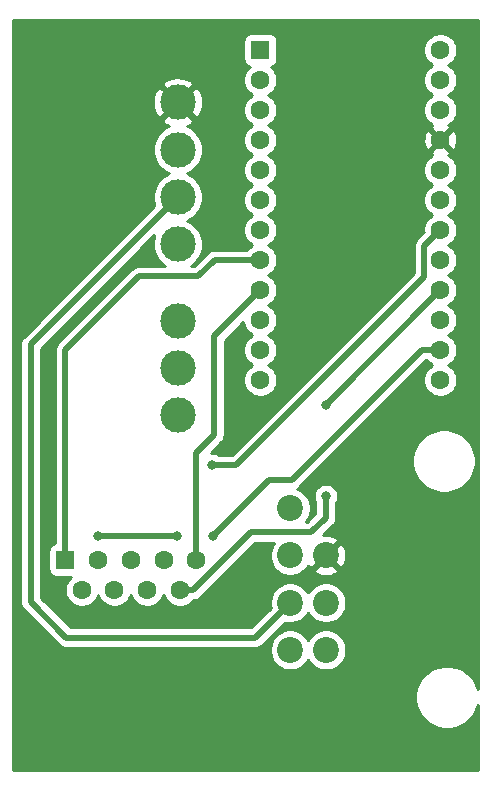
<source format=gbr>
%TF.GenerationSoftware,KiCad,Pcbnew,(5.1.10-1-10_14)*%
%TF.CreationDate,2021-12-03T14:09:27-05:00*%
%TF.ProjectId,Triple Controller V2,54726970-6c65-4204-936f-6e74726f6c6c,rev?*%
%TF.SameCoordinates,Original*%
%TF.FileFunction,Copper,L1,Top*%
%TF.FilePolarity,Positive*%
%FSLAX46Y46*%
G04 Gerber Fmt 4.6, Leading zero omitted, Abs format (unit mm)*
G04 Created by KiCad (PCBNEW (5.1.10-1-10_14)) date 2021-12-03 14:09:27*
%MOMM*%
%LPD*%
G01*
G04 APERTURE LIST*
%TA.AperFunction,ComponentPad*%
%ADD10C,3.000000*%
%TD*%
%TA.AperFunction,ComponentPad*%
%ADD11C,1.600000*%
%TD*%
%TA.AperFunction,ComponentPad*%
%ADD12R,1.600000X1.600000*%
%TD*%
%TA.AperFunction,ComponentPad*%
%ADD13C,2.200000*%
%TD*%
%TA.AperFunction,ViaPad*%
%ADD14C,0.800000*%
%TD*%
%TA.AperFunction,Conductor*%
%ADD15C,0.500000*%
%TD*%
%TA.AperFunction,Conductor*%
%ADD16C,0.254000*%
%TD*%
%TA.AperFunction,Conductor*%
%ADD17C,0.100000*%
%TD*%
G04 APERTURE END LIST*
D10*
%TO.P,J2,7*%
%TO.N,Net-(J1-Pad1)*%
X142875000Y-60790000D03*
%TO.P,J2,6*%
%TO.N,Net-(J2-Pad6)*%
X142875000Y-56790000D03*
%TO.P,J2,5*%
%TO.N,Net-(J2-Pad5)*%
X142875000Y-52790000D03*
%TO.P,J2,4*%
%TO.N,Net-(J2-Pad4)*%
X142875000Y-46290000D03*
%TO.P,J2,3*%
%TO.N,Net-(J1-Pad3)*%
X142875000Y-42290000D03*
%TO.P,J2,2*%
%TO.N,Net-(J1-Pad2)*%
X142875000Y-38290000D03*
%TO.P,J2,1*%
%TO.N,Net-(J1-Pad7)*%
X142875000Y-34290000D03*
%TD*%
D11*
%TO.P,U1,24*%
%TO.N,Net-(U1-Pad24)*%
X165100000Y-29845000D03*
%TO.P,U1,23*%
%TO.N,Net-(U1-Pad23)*%
X165100000Y-32385000D03*
%TO.P,U1,22*%
%TO.N,Net-(U1-Pad22)*%
X165100000Y-34925000D03*
%TO.P,U1,21*%
%TO.N,Net-(J1-Pad7)*%
X165100000Y-37465000D03*
%TO.P,U1,20*%
%TO.N,Net-(J3-Pad4)*%
X165100000Y-40005000D03*
%TO.P,U1,19*%
%TO.N,Net-(J3-Pad3)*%
X165100000Y-42545000D03*
%TO.P,U1,18*%
%TO.N,Net-(J2-Pad4)*%
X165100000Y-45085000D03*
%TO.P,U1,17*%
%TO.N,Net-(J1-Pad4)*%
X165100000Y-47625000D03*
%TO.P,U1,16*%
%TO.N,Net-(J3-Pad9)*%
X165100000Y-50165000D03*
%TO.P,U1,15*%
%TO.N,Net-(J3-Pad6)*%
X165100000Y-52705000D03*
%TO.P,U1,14*%
%TO.N,Net-(J3-Pad2)*%
X165100000Y-55245000D03*
%TO.P,U1,13*%
%TO.N,Net-(U1-Pad13)*%
X165100000Y-57785000D03*
%TO.P,U1,12*%
%TO.N,Net-(J1-Pad5)*%
X149860000Y-57785000D03*
%TO.P,U1,11*%
%TO.N,Net-(J1-Pad6)*%
X149860000Y-55245000D03*
%TO.P,U1,10*%
%TO.N,Net-(J3-Pad7)*%
X149860000Y-52705000D03*
%TO.P,U1,9*%
%TO.N,Net-(J3-Pad5)*%
X149860000Y-50165000D03*
%TO.P,U1,8*%
%TO.N,Net-(J3-Pad1)*%
X149860000Y-47625000D03*
%TO.P,U1,7*%
%TO.N,Net-(U1-Pad7)*%
X149860000Y-45085000D03*
%TO.P,U1,6*%
%TO.N,Net-(J1-Pad2)*%
X149860000Y-42545000D03*
%TO.P,U1,5*%
%TO.N,Net-(J1-Pad3)*%
X149860000Y-40005000D03*
%TO.P,U1,4*%
%TO.N,Net-(J1-Pad1)*%
X149860000Y-37465000D03*
%TO.P,U1,3*%
X149860000Y-34925000D03*
%TO.P,U1,2*%
%TO.N,Net-(J2-Pad5)*%
X149860000Y-32385000D03*
D12*
%TO.P,U1,1*%
%TO.N,Net-(J2-Pad6)*%
X149860000Y-29845000D03*
%TD*%
D13*
%TO.P,J1,7*%
%TO.N,Net-(J1-Pad7)*%
X155400000Y-72645000D03*
%TO.P,J1,6*%
%TO.N,Net-(J1-Pad6)*%
X155400000Y-76645000D03*
%TO.P,J1,5*%
%TO.N,Net-(J1-Pad5)*%
X155400000Y-80645000D03*
%TO.P,J1,1*%
%TO.N,Net-(J1-Pad1)*%
X152400000Y-68645000D03*
%TO.P,J1,2*%
%TO.N,Net-(J1-Pad2)*%
X152400000Y-72645000D03*
%TO.P,J1,3*%
%TO.N,Net-(J1-Pad3)*%
X152400000Y-76645000D03*
%TO.P,J1,4*%
%TO.N,Net-(J1-Pad4)*%
X152400000Y-80645000D03*
%TD*%
D11*
%TO.P,J3,9*%
%TO.N,Net-(J3-Pad9)*%
X143045000Y-75565000D03*
%TO.P,J3,8*%
%TO.N,Net-(J1-Pad1)*%
X140275000Y-75565000D03*
%TO.P,J3,7*%
%TO.N,Net-(J3-Pad7)*%
X137505000Y-75565000D03*
%TO.P,J3,6*%
%TO.N,Net-(J3-Pad6)*%
X134735000Y-75565000D03*
%TO.P,J3,5*%
%TO.N,Net-(J3-Pad5)*%
X144430000Y-73025000D03*
%TO.P,J3,4*%
%TO.N,Net-(J3-Pad4)*%
X141660000Y-73025000D03*
%TO.P,J3,3*%
%TO.N,Net-(J3-Pad3)*%
X138890000Y-73025000D03*
%TO.P,J3,2*%
%TO.N,Net-(J3-Pad2)*%
X136120000Y-73025000D03*
D12*
%TO.P,J3,1*%
%TO.N,Net-(J3-Pad1)*%
X133350000Y-73025000D03*
%TD*%
D14*
%TO.N,Net-(J2-Pad4)*%
X145745200Y-64998600D03*
%TO.N,Net-(J3-Pad9)*%
X155397200Y-59867800D03*
X155397200Y-67614800D03*
%TO.N,Net-(J3-Pad2)*%
X136120000Y-71019800D03*
X142797400Y-71019800D03*
X145820000Y-71019800D03*
%TD*%
D15*
%TO.N,Net-(J2-Pad4)*%
X146888200Y-64998600D02*
X145745200Y-64998600D01*
X147828000Y-64998600D02*
X146888200Y-64998600D01*
X163753800Y-49072800D02*
X147828000Y-64998600D01*
X163753800Y-46431200D02*
X163753800Y-49072800D01*
X165100000Y-45085000D02*
X163753800Y-46431200D01*
%TO.N,Net-(J1-Pad3)*%
X133426200Y-79603600D02*
X149441400Y-79603600D01*
X149441400Y-79603600D02*
X152400000Y-76645000D01*
X130403600Y-54761400D02*
X130403600Y-76581000D01*
X130403600Y-76581000D02*
X133426200Y-79603600D01*
X142875000Y-42290000D02*
X130403600Y-54761400D01*
%TO.N,Net-(J3-Pad9)*%
X165100000Y-50165000D02*
X155397200Y-59867800D01*
X155397200Y-59867800D02*
X155397200Y-59867800D01*
X155397200Y-67614800D02*
X155397200Y-69443600D01*
X155397200Y-69443600D02*
X154178000Y-70662800D01*
X149078570Y-70662800D02*
X144176370Y-75565000D01*
X144176370Y-75565000D02*
X143045000Y-75565000D01*
X154178000Y-70662800D02*
X149078570Y-70662800D01*
%TO.N,Net-(J3-Pad2)*%
X136120000Y-71019800D02*
X142797400Y-71019800D01*
X142797400Y-71019800D02*
X142797400Y-71019800D01*
X152507798Y-66243200D02*
X150596600Y-66243200D01*
X165100000Y-55245000D02*
X163505998Y-55245000D01*
X163505998Y-55245000D02*
X152507798Y-66243200D01*
X150596600Y-66243200D02*
X145820000Y-71019800D01*
%TO.N,Net-(J3-Pad1)*%
X149860000Y-47625000D02*
X146329400Y-47625000D01*
X139560300Y-49009300D02*
X133350000Y-55219600D01*
X144614900Y-49009300D02*
X139560300Y-49009300D01*
X145999200Y-47625000D02*
X144614900Y-49009300D01*
X133350000Y-55219600D02*
X133350000Y-73025000D01*
X149860000Y-47625000D02*
X145999200Y-47625000D01*
%TO.N,Net-(J3-Pad5)*%
X149860000Y-50165000D02*
X145948400Y-54076600D01*
X145948400Y-54076600D02*
X145948400Y-62407800D01*
X144430000Y-63926200D02*
X144430000Y-73025000D01*
X145948400Y-62407800D02*
X144430000Y-63926200D01*
%TD*%
D16*
%TO.N,Net-(J1-Pad7)*%
X168250001Y-83953231D02*
X168231817Y-83861814D01*
X168029417Y-83373175D01*
X167735576Y-82933412D01*
X167361588Y-82559424D01*
X166921825Y-82265583D01*
X166433186Y-82063183D01*
X165914449Y-81960000D01*
X165385551Y-81960000D01*
X164866814Y-82063183D01*
X164378175Y-82265583D01*
X163938412Y-82559424D01*
X163564424Y-82933412D01*
X163270583Y-83373175D01*
X163068183Y-83861814D01*
X162965000Y-84380551D01*
X162965000Y-84909449D01*
X163068183Y-85428186D01*
X163270583Y-85916825D01*
X163564424Y-86356588D01*
X163938412Y-86730576D01*
X164378175Y-87024417D01*
X164866814Y-87226817D01*
X165385551Y-87330000D01*
X165914449Y-87330000D01*
X166433186Y-87226817D01*
X166921825Y-87024417D01*
X167361588Y-86730576D01*
X167735576Y-86356588D01*
X168029417Y-85916825D01*
X168231817Y-85428186D01*
X168250001Y-85336769D01*
X168250001Y-90780000D01*
X128930000Y-90780000D01*
X128930000Y-54761400D01*
X129514319Y-54761400D01*
X129518600Y-54804869D01*
X129518601Y-76537521D01*
X129514319Y-76581000D01*
X129531405Y-76754490D01*
X129582012Y-76921313D01*
X129664190Y-77075059D01*
X129747068Y-77176046D01*
X129747071Y-77176049D01*
X129774784Y-77209817D01*
X129808551Y-77237529D01*
X132769670Y-80198649D01*
X132797383Y-80232417D01*
X132831151Y-80260130D01*
X132831153Y-80260132D01*
X132932140Y-80343010D01*
X132932141Y-80343011D01*
X133085887Y-80425189D01*
X133202103Y-80460443D01*
X133252709Y-80475795D01*
X133267506Y-80477252D01*
X133382723Y-80488600D01*
X133382731Y-80488600D01*
X133426200Y-80492881D01*
X133469669Y-80488600D01*
X149397931Y-80488600D01*
X149441400Y-80492881D01*
X149484869Y-80488600D01*
X149484877Y-80488600D01*
X149614890Y-80475795D01*
X149620421Y-80474117D01*
X150665000Y-80474117D01*
X150665000Y-80815883D01*
X150731675Y-81151081D01*
X150862463Y-81466831D01*
X151052337Y-81750998D01*
X151294002Y-81992663D01*
X151578169Y-82182537D01*
X151893919Y-82313325D01*
X152229117Y-82380000D01*
X152570883Y-82380000D01*
X152906081Y-82313325D01*
X153221831Y-82182537D01*
X153505998Y-81992663D01*
X153747663Y-81750998D01*
X153900000Y-81523009D01*
X154052337Y-81750998D01*
X154294002Y-81992663D01*
X154578169Y-82182537D01*
X154893919Y-82313325D01*
X155229117Y-82380000D01*
X155570883Y-82380000D01*
X155906081Y-82313325D01*
X156221831Y-82182537D01*
X156505998Y-81992663D01*
X156747663Y-81750998D01*
X156937537Y-81466831D01*
X157068325Y-81151081D01*
X157135000Y-80815883D01*
X157135000Y-80474117D01*
X157068325Y-80138919D01*
X156937537Y-79823169D01*
X156747663Y-79539002D01*
X156505998Y-79297337D01*
X156221831Y-79107463D01*
X155906081Y-78976675D01*
X155570883Y-78910000D01*
X155229117Y-78910000D01*
X154893919Y-78976675D01*
X154578169Y-79107463D01*
X154294002Y-79297337D01*
X154052337Y-79539002D01*
X153900000Y-79766991D01*
X153747663Y-79539002D01*
X153505998Y-79297337D01*
X153221831Y-79107463D01*
X152906081Y-78976675D01*
X152570883Y-78910000D01*
X152229117Y-78910000D01*
X151893919Y-78976675D01*
X151578169Y-79107463D01*
X151294002Y-79297337D01*
X151052337Y-79539002D01*
X150862463Y-79823169D01*
X150731675Y-80138919D01*
X150665000Y-80474117D01*
X149620421Y-80474117D01*
X149781713Y-80425189D01*
X149935459Y-80343011D01*
X150070217Y-80232417D01*
X150097934Y-80198644D01*
X151968432Y-78328147D01*
X152229117Y-78380000D01*
X152570883Y-78380000D01*
X152906081Y-78313325D01*
X153221831Y-78182537D01*
X153505998Y-77992663D01*
X153747663Y-77750998D01*
X153900000Y-77523009D01*
X154052337Y-77750998D01*
X154294002Y-77992663D01*
X154578169Y-78182537D01*
X154893919Y-78313325D01*
X155229117Y-78380000D01*
X155570883Y-78380000D01*
X155906081Y-78313325D01*
X156221831Y-78182537D01*
X156505998Y-77992663D01*
X156747663Y-77750998D01*
X156937537Y-77466831D01*
X157068325Y-77151081D01*
X157135000Y-76815883D01*
X157135000Y-76474117D01*
X157068325Y-76138919D01*
X156937537Y-75823169D01*
X156747663Y-75539002D01*
X156505998Y-75297337D01*
X156221831Y-75107463D01*
X155906081Y-74976675D01*
X155570883Y-74910000D01*
X155229117Y-74910000D01*
X154893919Y-74976675D01*
X154578169Y-75107463D01*
X154294002Y-75297337D01*
X154052337Y-75539002D01*
X153900000Y-75766991D01*
X153747663Y-75539002D01*
X153505998Y-75297337D01*
X153221831Y-75107463D01*
X152906081Y-74976675D01*
X152570883Y-74910000D01*
X152229117Y-74910000D01*
X151893919Y-74976675D01*
X151578169Y-75107463D01*
X151294002Y-75297337D01*
X151052337Y-75539002D01*
X150862463Y-75823169D01*
X150731675Y-76138919D01*
X150665000Y-76474117D01*
X150665000Y-76815883D01*
X150716853Y-77076568D01*
X149074822Y-78718600D01*
X133792779Y-78718600D01*
X131288600Y-76214422D01*
X131288600Y-55127978D01*
X140873462Y-45543117D01*
X140822047Y-45667244D01*
X140740000Y-46079721D01*
X140740000Y-46500279D01*
X140822047Y-46912756D01*
X140982988Y-47301302D01*
X141216637Y-47650983D01*
X141514017Y-47948363D01*
X141777326Y-48124300D01*
X139603765Y-48124300D01*
X139560299Y-48120019D01*
X139516833Y-48124300D01*
X139516823Y-48124300D01*
X139386810Y-48137105D01*
X139219987Y-48187711D01*
X139066241Y-48269889D01*
X139066239Y-48269890D01*
X139066240Y-48269890D01*
X138965253Y-48352768D01*
X138965251Y-48352770D01*
X138931483Y-48380483D01*
X138903770Y-48414251D01*
X132754956Y-54563066D01*
X132721183Y-54590783D01*
X132610589Y-54725542D01*
X132528411Y-54879288D01*
X132477805Y-55046111D01*
X132465000Y-55176124D01*
X132465000Y-55176131D01*
X132460719Y-55219600D01*
X132465000Y-55263069D01*
X132465001Y-71595299D01*
X132425518Y-71599188D01*
X132305820Y-71635498D01*
X132195506Y-71694463D01*
X132098815Y-71773815D01*
X132019463Y-71870506D01*
X131960498Y-71980820D01*
X131924188Y-72100518D01*
X131911928Y-72225000D01*
X131911928Y-73825000D01*
X131924188Y-73949482D01*
X131960498Y-74069180D01*
X132019463Y-74179494D01*
X132098815Y-74276185D01*
X132195506Y-74355537D01*
X132305820Y-74414502D01*
X132425518Y-74450812D01*
X132550000Y-74463072D01*
X133807532Y-74463072D01*
X133620363Y-74650241D01*
X133463320Y-74885273D01*
X133355147Y-75146426D01*
X133300000Y-75423665D01*
X133300000Y-75706335D01*
X133355147Y-75983574D01*
X133463320Y-76244727D01*
X133620363Y-76479759D01*
X133820241Y-76679637D01*
X134055273Y-76836680D01*
X134316426Y-76944853D01*
X134593665Y-77000000D01*
X134876335Y-77000000D01*
X135153574Y-76944853D01*
X135414727Y-76836680D01*
X135649759Y-76679637D01*
X135849637Y-76479759D01*
X136006680Y-76244727D01*
X136114853Y-75983574D01*
X136120000Y-75957699D01*
X136125147Y-75983574D01*
X136233320Y-76244727D01*
X136390363Y-76479759D01*
X136590241Y-76679637D01*
X136825273Y-76836680D01*
X137086426Y-76944853D01*
X137363665Y-77000000D01*
X137646335Y-77000000D01*
X137923574Y-76944853D01*
X138184727Y-76836680D01*
X138419759Y-76679637D01*
X138619637Y-76479759D01*
X138776680Y-76244727D01*
X138884853Y-75983574D01*
X138890000Y-75957699D01*
X138895147Y-75983574D01*
X139003320Y-76244727D01*
X139160363Y-76479759D01*
X139360241Y-76679637D01*
X139595273Y-76836680D01*
X139856426Y-76944853D01*
X140133665Y-77000000D01*
X140416335Y-77000000D01*
X140693574Y-76944853D01*
X140954727Y-76836680D01*
X141189759Y-76679637D01*
X141389637Y-76479759D01*
X141546680Y-76244727D01*
X141654853Y-75983574D01*
X141660000Y-75957699D01*
X141665147Y-75983574D01*
X141773320Y-76244727D01*
X141930363Y-76479759D01*
X142130241Y-76679637D01*
X142365273Y-76836680D01*
X142626426Y-76944853D01*
X142903665Y-77000000D01*
X143186335Y-77000000D01*
X143463574Y-76944853D01*
X143724727Y-76836680D01*
X143959759Y-76679637D01*
X144159637Y-76479759D01*
X144176681Y-76454250D01*
X144219839Y-76450000D01*
X144219847Y-76450000D01*
X144349860Y-76437195D01*
X144516683Y-76386589D01*
X144670429Y-76304411D01*
X144805187Y-76193817D01*
X144832904Y-76160044D01*
X149445149Y-71547800D01*
X151046458Y-71547800D01*
X150862463Y-71823169D01*
X150731675Y-72138919D01*
X150665000Y-72474117D01*
X150665000Y-72815883D01*
X150731675Y-73151081D01*
X150862463Y-73466831D01*
X151052337Y-73750998D01*
X151294002Y-73992663D01*
X151578169Y-74182537D01*
X151893919Y-74313325D01*
X152229117Y-74380000D01*
X152570883Y-74380000D01*
X152906081Y-74313325D01*
X153221831Y-74182537D01*
X153505998Y-73992663D01*
X153646949Y-73851712D01*
X154372893Y-73851712D01*
X154480726Y-74126338D01*
X154787384Y-74277216D01*
X155117585Y-74365369D01*
X155458639Y-74387409D01*
X155797439Y-74342489D01*
X156120966Y-74232336D01*
X156319274Y-74126338D01*
X156427107Y-73851712D01*
X155400000Y-72824605D01*
X154372893Y-73851712D01*
X153646949Y-73851712D01*
X153747663Y-73750998D01*
X153898114Y-73525832D01*
X153918662Y-73564274D01*
X154193288Y-73672107D01*
X155220395Y-72645000D01*
X155579605Y-72645000D01*
X156606712Y-73672107D01*
X156881338Y-73564274D01*
X157032216Y-73257616D01*
X157120369Y-72927415D01*
X157142409Y-72586361D01*
X157097489Y-72247561D01*
X156987336Y-71924034D01*
X156881338Y-71725726D01*
X156606712Y-71617893D01*
X155579605Y-72645000D01*
X155220395Y-72645000D01*
X155206253Y-72630858D01*
X155385858Y-72451253D01*
X155400000Y-72465395D01*
X156427107Y-71438288D01*
X156319274Y-71163662D01*
X156012616Y-71012784D01*
X155682415Y-70924631D01*
X155341361Y-70902591D01*
X155166619Y-70925759D01*
X155992249Y-70100130D01*
X156026017Y-70072417D01*
X156057560Y-70033983D01*
X156136610Y-69937660D01*
X156188162Y-69841212D01*
X156218789Y-69783913D01*
X156269395Y-69617090D01*
X156282200Y-69487077D01*
X156282200Y-69487067D01*
X156286481Y-69443601D01*
X156282200Y-69400135D01*
X156282200Y-68153254D01*
X156314405Y-68105056D01*
X156392426Y-67916698D01*
X156432200Y-67716739D01*
X156432200Y-67512861D01*
X156392426Y-67312902D01*
X156314405Y-67124544D01*
X156201137Y-66955026D01*
X156056974Y-66810863D01*
X155887456Y-66697595D01*
X155699098Y-66619574D01*
X155499139Y-66579800D01*
X155295261Y-66579800D01*
X155095302Y-66619574D01*
X154906944Y-66697595D01*
X154737426Y-66810863D01*
X154593263Y-66955026D01*
X154479995Y-67124544D01*
X154401974Y-67312902D01*
X154362200Y-67512861D01*
X154362200Y-67716739D01*
X154401974Y-67916698D01*
X154479995Y-68105056D01*
X154512200Y-68153255D01*
X154512201Y-69077020D01*
X153811422Y-69777800D01*
X153720861Y-69777800D01*
X153747663Y-69750998D01*
X153937537Y-69466831D01*
X154068325Y-69151081D01*
X154135000Y-68815883D01*
X154135000Y-68474117D01*
X154068325Y-68138919D01*
X153937537Y-67823169D01*
X153747663Y-67539002D01*
X153505998Y-67297337D01*
X153221831Y-67107463D01*
X152966298Y-67001618D01*
X153001857Y-66982611D01*
X153136615Y-66872017D01*
X153164332Y-66838244D01*
X155622025Y-64380551D01*
X162715000Y-64380551D01*
X162715000Y-64909449D01*
X162818183Y-65428186D01*
X163020583Y-65916825D01*
X163314424Y-66356588D01*
X163688412Y-66730576D01*
X164128175Y-67024417D01*
X164616814Y-67226817D01*
X165135551Y-67330000D01*
X165664449Y-67330000D01*
X166183186Y-67226817D01*
X166671825Y-67024417D01*
X167111588Y-66730576D01*
X167485576Y-66356588D01*
X167779417Y-65916825D01*
X167981817Y-65428186D01*
X168085000Y-64909449D01*
X168085000Y-64380551D01*
X167981817Y-63861814D01*
X167779417Y-63373175D01*
X167485576Y-62933412D01*
X167111588Y-62559424D01*
X166671825Y-62265583D01*
X166183186Y-62063183D01*
X165664449Y-61960000D01*
X165135551Y-61960000D01*
X164616814Y-62063183D01*
X164128175Y-62265583D01*
X163688412Y-62559424D01*
X163314424Y-62933412D01*
X163020583Y-63373175D01*
X162818183Y-63861814D01*
X162715000Y-64380551D01*
X155622025Y-64380551D01*
X163872577Y-56130000D01*
X163965479Y-56130000D01*
X163985363Y-56159759D01*
X164185241Y-56359637D01*
X164417759Y-56515000D01*
X164185241Y-56670363D01*
X163985363Y-56870241D01*
X163828320Y-57105273D01*
X163720147Y-57366426D01*
X163665000Y-57643665D01*
X163665000Y-57926335D01*
X163720147Y-58203574D01*
X163828320Y-58464727D01*
X163985363Y-58699759D01*
X164185241Y-58899637D01*
X164420273Y-59056680D01*
X164681426Y-59164853D01*
X164958665Y-59220000D01*
X165241335Y-59220000D01*
X165518574Y-59164853D01*
X165779727Y-59056680D01*
X166014759Y-58899637D01*
X166214637Y-58699759D01*
X166371680Y-58464727D01*
X166479853Y-58203574D01*
X166535000Y-57926335D01*
X166535000Y-57643665D01*
X166479853Y-57366426D01*
X166371680Y-57105273D01*
X166214637Y-56870241D01*
X166014759Y-56670363D01*
X165782241Y-56515000D01*
X166014759Y-56359637D01*
X166214637Y-56159759D01*
X166371680Y-55924727D01*
X166479853Y-55663574D01*
X166535000Y-55386335D01*
X166535000Y-55103665D01*
X166479853Y-54826426D01*
X166371680Y-54565273D01*
X166214637Y-54330241D01*
X166014759Y-54130363D01*
X165782241Y-53975000D01*
X166014759Y-53819637D01*
X166214637Y-53619759D01*
X166371680Y-53384727D01*
X166479853Y-53123574D01*
X166535000Y-52846335D01*
X166535000Y-52563665D01*
X166479853Y-52286426D01*
X166371680Y-52025273D01*
X166214637Y-51790241D01*
X166014759Y-51590363D01*
X165782241Y-51435000D01*
X166014759Y-51279637D01*
X166214637Y-51079759D01*
X166371680Y-50844727D01*
X166479853Y-50583574D01*
X166535000Y-50306335D01*
X166535000Y-50023665D01*
X166479853Y-49746426D01*
X166371680Y-49485273D01*
X166214637Y-49250241D01*
X166014759Y-49050363D01*
X165782241Y-48895000D01*
X166014759Y-48739637D01*
X166214637Y-48539759D01*
X166371680Y-48304727D01*
X166479853Y-48043574D01*
X166535000Y-47766335D01*
X166535000Y-47483665D01*
X166479853Y-47206426D01*
X166371680Y-46945273D01*
X166214637Y-46710241D01*
X166014759Y-46510363D01*
X165782241Y-46355000D01*
X166014759Y-46199637D01*
X166214637Y-45999759D01*
X166371680Y-45764727D01*
X166479853Y-45503574D01*
X166535000Y-45226335D01*
X166535000Y-44943665D01*
X166479853Y-44666426D01*
X166371680Y-44405273D01*
X166214637Y-44170241D01*
X166014759Y-43970363D01*
X165782241Y-43815000D01*
X166014759Y-43659637D01*
X166214637Y-43459759D01*
X166371680Y-43224727D01*
X166479853Y-42963574D01*
X166535000Y-42686335D01*
X166535000Y-42403665D01*
X166479853Y-42126426D01*
X166371680Y-41865273D01*
X166214637Y-41630241D01*
X166014759Y-41430363D01*
X165782241Y-41275000D01*
X166014759Y-41119637D01*
X166214637Y-40919759D01*
X166371680Y-40684727D01*
X166479853Y-40423574D01*
X166535000Y-40146335D01*
X166535000Y-39863665D01*
X166479853Y-39586426D01*
X166371680Y-39325273D01*
X166214637Y-39090241D01*
X166014759Y-38890363D01*
X165780872Y-38734085D01*
X165841514Y-38701671D01*
X165913097Y-38457702D01*
X165100000Y-37644605D01*
X164286903Y-38457702D01*
X164358486Y-38701671D01*
X164422992Y-38732194D01*
X164420273Y-38733320D01*
X164185241Y-38890363D01*
X163985363Y-39090241D01*
X163828320Y-39325273D01*
X163720147Y-39586426D01*
X163665000Y-39863665D01*
X163665000Y-40146335D01*
X163720147Y-40423574D01*
X163828320Y-40684727D01*
X163985363Y-40919759D01*
X164185241Y-41119637D01*
X164417759Y-41275000D01*
X164185241Y-41430363D01*
X163985363Y-41630241D01*
X163828320Y-41865273D01*
X163720147Y-42126426D01*
X163665000Y-42403665D01*
X163665000Y-42686335D01*
X163720147Y-42963574D01*
X163828320Y-43224727D01*
X163985363Y-43459759D01*
X164185241Y-43659637D01*
X164417759Y-43815000D01*
X164185241Y-43970363D01*
X163985363Y-44170241D01*
X163828320Y-44405273D01*
X163720147Y-44666426D01*
X163665000Y-44943665D01*
X163665000Y-45226335D01*
X163671983Y-45261439D01*
X163158756Y-45774666D01*
X163124983Y-45802383D01*
X163014389Y-45937142D01*
X162932211Y-46090888D01*
X162881605Y-46257711D01*
X162868800Y-46387724D01*
X162868800Y-46387731D01*
X162864519Y-46431200D01*
X162868800Y-46474669D01*
X162868801Y-48706220D01*
X147461422Y-64113600D01*
X146283654Y-64113600D01*
X146235456Y-64081395D01*
X146047098Y-64003374D01*
X145847139Y-63963600D01*
X145644178Y-63963600D01*
X146543449Y-63064330D01*
X146577217Y-63036617D01*
X146687811Y-62901859D01*
X146769989Y-62748113D01*
X146820595Y-62581290D01*
X146833400Y-62451277D01*
X146833400Y-62451269D01*
X146837681Y-62407800D01*
X146833400Y-62364331D01*
X146833400Y-54443178D01*
X148425870Y-52850709D01*
X148480147Y-53123574D01*
X148588320Y-53384727D01*
X148745363Y-53619759D01*
X148945241Y-53819637D01*
X149177759Y-53975000D01*
X148945241Y-54130363D01*
X148745363Y-54330241D01*
X148588320Y-54565273D01*
X148480147Y-54826426D01*
X148425000Y-55103665D01*
X148425000Y-55386335D01*
X148480147Y-55663574D01*
X148588320Y-55924727D01*
X148745363Y-56159759D01*
X148945241Y-56359637D01*
X149177759Y-56515000D01*
X148945241Y-56670363D01*
X148745363Y-56870241D01*
X148588320Y-57105273D01*
X148480147Y-57366426D01*
X148425000Y-57643665D01*
X148425000Y-57926335D01*
X148480147Y-58203574D01*
X148588320Y-58464727D01*
X148745363Y-58699759D01*
X148945241Y-58899637D01*
X149180273Y-59056680D01*
X149441426Y-59164853D01*
X149718665Y-59220000D01*
X150001335Y-59220000D01*
X150278574Y-59164853D01*
X150539727Y-59056680D01*
X150774759Y-58899637D01*
X150974637Y-58699759D01*
X151131680Y-58464727D01*
X151239853Y-58203574D01*
X151295000Y-57926335D01*
X151295000Y-57643665D01*
X151239853Y-57366426D01*
X151131680Y-57105273D01*
X150974637Y-56870241D01*
X150774759Y-56670363D01*
X150542241Y-56515000D01*
X150774759Y-56359637D01*
X150974637Y-56159759D01*
X151131680Y-55924727D01*
X151239853Y-55663574D01*
X151295000Y-55386335D01*
X151295000Y-55103665D01*
X151239853Y-54826426D01*
X151131680Y-54565273D01*
X150974637Y-54330241D01*
X150774759Y-54130363D01*
X150542241Y-53975000D01*
X150774759Y-53819637D01*
X150974637Y-53619759D01*
X151131680Y-53384727D01*
X151239853Y-53123574D01*
X151295000Y-52846335D01*
X151295000Y-52563665D01*
X151239853Y-52286426D01*
X151131680Y-52025273D01*
X150974637Y-51790241D01*
X150774759Y-51590363D01*
X150542241Y-51435000D01*
X150774759Y-51279637D01*
X150974637Y-51079759D01*
X151131680Y-50844727D01*
X151239853Y-50583574D01*
X151295000Y-50306335D01*
X151295000Y-50023665D01*
X151239853Y-49746426D01*
X151131680Y-49485273D01*
X150974637Y-49250241D01*
X150774759Y-49050363D01*
X150542241Y-48895000D01*
X150774759Y-48739637D01*
X150974637Y-48539759D01*
X151131680Y-48304727D01*
X151239853Y-48043574D01*
X151295000Y-47766335D01*
X151295000Y-47483665D01*
X151239853Y-47206426D01*
X151131680Y-46945273D01*
X150974637Y-46710241D01*
X150774759Y-46510363D01*
X150542241Y-46355000D01*
X150774759Y-46199637D01*
X150974637Y-45999759D01*
X151131680Y-45764727D01*
X151239853Y-45503574D01*
X151295000Y-45226335D01*
X151295000Y-44943665D01*
X151239853Y-44666426D01*
X151131680Y-44405273D01*
X150974637Y-44170241D01*
X150774759Y-43970363D01*
X150542241Y-43815000D01*
X150774759Y-43659637D01*
X150974637Y-43459759D01*
X151131680Y-43224727D01*
X151239853Y-42963574D01*
X151295000Y-42686335D01*
X151295000Y-42403665D01*
X151239853Y-42126426D01*
X151131680Y-41865273D01*
X150974637Y-41630241D01*
X150774759Y-41430363D01*
X150542241Y-41275000D01*
X150774759Y-41119637D01*
X150974637Y-40919759D01*
X151131680Y-40684727D01*
X151239853Y-40423574D01*
X151295000Y-40146335D01*
X151295000Y-39863665D01*
X151239853Y-39586426D01*
X151131680Y-39325273D01*
X150974637Y-39090241D01*
X150774759Y-38890363D01*
X150542241Y-38735000D01*
X150774759Y-38579637D01*
X150974637Y-38379759D01*
X151131680Y-38144727D01*
X151239853Y-37883574D01*
X151295000Y-37606335D01*
X151295000Y-37535512D01*
X163659783Y-37535512D01*
X163701213Y-37815130D01*
X163796397Y-38081292D01*
X163863329Y-38206514D01*
X164107298Y-38278097D01*
X164920395Y-37465000D01*
X165279605Y-37465000D01*
X166092702Y-38278097D01*
X166336671Y-38206514D01*
X166457571Y-37951004D01*
X166526300Y-37676816D01*
X166540217Y-37394488D01*
X166498787Y-37114870D01*
X166403603Y-36848708D01*
X166336671Y-36723486D01*
X166092702Y-36651903D01*
X165279605Y-37465000D01*
X164920395Y-37465000D01*
X164107298Y-36651903D01*
X163863329Y-36723486D01*
X163742429Y-36978996D01*
X163673700Y-37253184D01*
X163659783Y-37535512D01*
X151295000Y-37535512D01*
X151295000Y-37323665D01*
X151239853Y-37046426D01*
X151131680Y-36785273D01*
X150974637Y-36550241D01*
X150774759Y-36350363D01*
X150542241Y-36195000D01*
X150774759Y-36039637D01*
X150974637Y-35839759D01*
X151131680Y-35604727D01*
X151239853Y-35343574D01*
X151295000Y-35066335D01*
X151295000Y-34783665D01*
X151239853Y-34506426D01*
X151131680Y-34245273D01*
X150974637Y-34010241D01*
X150774759Y-33810363D01*
X150542241Y-33655000D01*
X150774759Y-33499637D01*
X150974637Y-33299759D01*
X151131680Y-33064727D01*
X151239853Y-32803574D01*
X151295000Y-32526335D01*
X151295000Y-32243665D01*
X151239853Y-31966426D01*
X151131680Y-31705273D01*
X150974637Y-31470241D01*
X150776039Y-31271643D01*
X150784482Y-31270812D01*
X150904180Y-31234502D01*
X151014494Y-31175537D01*
X151111185Y-31096185D01*
X151190537Y-30999494D01*
X151249502Y-30889180D01*
X151285812Y-30769482D01*
X151298072Y-30645000D01*
X151298072Y-29703665D01*
X163665000Y-29703665D01*
X163665000Y-29986335D01*
X163720147Y-30263574D01*
X163828320Y-30524727D01*
X163985363Y-30759759D01*
X164185241Y-30959637D01*
X164417759Y-31115000D01*
X164185241Y-31270363D01*
X163985363Y-31470241D01*
X163828320Y-31705273D01*
X163720147Y-31966426D01*
X163665000Y-32243665D01*
X163665000Y-32526335D01*
X163720147Y-32803574D01*
X163828320Y-33064727D01*
X163985363Y-33299759D01*
X164185241Y-33499637D01*
X164417759Y-33655000D01*
X164185241Y-33810363D01*
X163985363Y-34010241D01*
X163828320Y-34245273D01*
X163720147Y-34506426D01*
X163665000Y-34783665D01*
X163665000Y-35066335D01*
X163720147Y-35343574D01*
X163828320Y-35604727D01*
X163985363Y-35839759D01*
X164185241Y-36039637D01*
X164419128Y-36195915D01*
X164358486Y-36228329D01*
X164286903Y-36472298D01*
X165100000Y-37285395D01*
X165913097Y-36472298D01*
X165841514Y-36228329D01*
X165777008Y-36197806D01*
X165779727Y-36196680D01*
X166014759Y-36039637D01*
X166214637Y-35839759D01*
X166371680Y-35604727D01*
X166479853Y-35343574D01*
X166535000Y-35066335D01*
X166535000Y-34783665D01*
X166479853Y-34506426D01*
X166371680Y-34245273D01*
X166214637Y-34010241D01*
X166014759Y-33810363D01*
X165782241Y-33655000D01*
X166014759Y-33499637D01*
X166214637Y-33299759D01*
X166371680Y-33064727D01*
X166479853Y-32803574D01*
X166535000Y-32526335D01*
X166535000Y-32243665D01*
X166479853Y-31966426D01*
X166371680Y-31705273D01*
X166214637Y-31470241D01*
X166014759Y-31270363D01*
X165782241Y-31115000D01*
X166014759Y-30959637D01*
X166214637Y-30759759D01*
X166371680Y-30524727D01*
X166479853Y-30263574D01*
X166535000Y-29986335D01*
X166535000Y-29703665D01*
X166479853Y-29426426D01*
X166371680Y-29165273D01*
X166214637Y-28930241D01*
X166014759Y-28730363D01*
X165779727Y-28573320D01*
X165518574Y-28465147D01*
X165241335Y-28410000D01*
X164958665Y-28410000D01*
X164681426Y-28465147D01*
X164420273Y-28573320D01*
X164185241Y-28730363D01*
X163985363Y-28930241D01*
X163828320Y-29165273D01*
X163720147Y-29426426D01*
X163665000Y-29703665D01*
X151298072Y-29703665D01*
X151298072Y-29045000D01*
X151285812Y-28920518D01*
X151249502Y-28800820D01*
X151190537Y-28690506D01*
X151111185Y-28593815D01*
X151014494Y-28514463D01*
X150904180Y-28455498D01*
X150784482Y-28419188D01*
X150660000Y-28406928D01*
X149060000Y-28406928D01*
X148935518Y-28419188D01*
X148815820Y-28455498D01*
X148705506Y-28514463D01*
X148608815Y-28593815D01*
X148529463Y-28690506D01*
X148470498Y-28800820D01*
X148434188Y-28920518D01*
X148421928Y-29045000D01*
X148421928Y-30645000D01*
X148434188Y-30769482D01*
X148470498Y-30889180D01*
X148529463Y-30999494D01*
X148608815Y-31096185D01*
X148705506Y-31175537D01*
X148815820Y-31234502D01*
X148935518Y-31270812D01*
X148943961Y-31271643D01*
X148745363Y-31470241D01*
X148588320Y-31705273D01*
X148480147Y-31966426D01*
X148425000Y-32243665D01*
X148425000Y-32526335D01*
X148480147Y-32803574D01*
X148588320Y-33064727D01*
X148745363Y-33299759D01*
X148945241Y-33499637D01*
X149177759Y-33655000D01*
X148945241Y-33810363D01*
X148745363Y-34010241D01*
X148588320Y-34245273D01*
X148480147Y-34506426D01*
X148425000Y-34783665D01*
X148425000Y-35066335D01*
X148480147Y-35343574D01*
X148588320Y-35604727D01*
X148745363Y-35839759D01*
X148945241Y-36039637D01*
X149177759Y-36195000D01*
X148945241Y-36350363D01*
X148745363Y-36550241D01*
X148588320Y-36785273D01*
X148480147Y-37046426D01*
X148425000Y-37323665D01*
X148425000Y-37606335D01*
X148480147Y-37883574D01*
X148588320Y-38144727D01*
X148745363Y-38379759D01*
X148945241Y-38579637D01*
X149177759Y-38735000D01*
X148945241Y-38890363D01*
X148745363Y-39090241D01*
X148588320Y-39325273D01*
X148480147Y-39586426D01*
X148425000Y-39863665D01*
X148425000Y-40146335D01*
X148480147Y-40423574D01*
X148588320Y-40684727D01*
X148745363Y-40919759D01*
X148945241Y-41119637D01*
X149177759Y-41275000D01*
X148945241Y-41430363D01*
X148745363Y-41630241D01*
X148588320Y-41865273D01*
X148480147Y-42126426D01*
X148425000Y-42403665D01*
X148425000Y-42686335D01*
X148480147Y-42963574D01*
X148588320Y-43224727D01*
X148745363Y-43459759D01*
X148945241Y-43659637D01*
X149177759Y-43815000D01*
X148945241Y-43970363D01*
X148745363Y-44170241D01*
X148588320Y-44405273D01*
X148480147Y-44666426D01*
X148425000Y-44943665D01*
X148425000Y-45226335D01*
X148480147Y-45503574D01*
X148588320Y-45764727D01*
X148745363Y-45999759D01*
X148945241Y-46199637D01*
X149177759Y-46355000D01*
X148945241Y-46510363D01*
X148745363Y-46710241D01*
X148725479Y-46740000D01*
X146042669Y-46740000D01*
X145999200Y-46735719D01*
X145955731Y-46740000D01*
X145955723Y-46740000D01*
X145825710Y-46752805D01*
X145658887Y-46803411D01*
X145505141Y-46885589D01*
X145404153Y-46968468D01*
X145404151Y-46968470D01*
X145370383Y-46996183D01*
X145342670Y-47029951D01*
X144248322Y-48124300D01*
X143972674Y-48124300D01*
X144235983Y-47948363D01*
X144533363Y-47650983D01*
X144767012Y-47301302D01*
X144927953Y-46912756D01*
X145010000Y-46500279D01*
X145010000Y-46079721D01*
X144927953Y-45667244D01*
X144767012Y-45278698D01*
X144533363Y-44929017D01*
X144235983Y-44631637D01*
X143886302Y-44397988D01*
X143625596Y-44290000D01*
X143886302Y-44182012D01*
X144235983Y-43948363D01*
X144533363Y-43650983D01*
X144767012Y-43301302D01*
X144927953Y-42912756D01*
X145010000Y-42500279D01*
X145010000Y-42079721D01*
X144927953Y-41667244D01*
X144767012Y-41278698D01*
X144533363Y-40929017D01*
X144235983Y-40631637D01*
X143886302Y-40397988D01*
X143625596Y-40290000D01*
X143886302Y-40182012D01*
X144235983Y-39948363D01*
X144533363Y-39650983D01*
X144767012Y-39301302D01*
X144927953Y-38912756D01*
X145010000Y-38500279D01*
X145010000Y-38079721D01*
X144927953Y-37667244D01*
X144767012Y-37278698D01*
X144533363Y-36929017D01*
X144235983Y-36631637D01*
X143886302Y-36397988D01*
X143626887Y-36290535D01*
X143735383Y-36255243D01*
X144031038Y-36097214D01*
X144187048Y-35781653D01*
X142875000Y-34469605D01*
X141562952Y-35781653D01*
X141718962Y-36097214D01*
X142093745Y-36288020D01*
X142114839Y-36293962D01*
X141863698Y-36397988D01*
X141514017Y-36631637D01*
X141216637Y-36929017D01*
X140982988Y-37278698D01*
X140822047Y-37667244D01*
X140740000Y-38079721D01*
X140740000Y-38500279D01*
X140822047Y-38912756D01*
X140982988Y-39301302D01*
X141216637Y-39650983D01*
X141514017Y-39948363D01*
X141863698Y-40182012D01*
X142124404Y-40290000D01*
X141863698Y-40397988D01*
X141514017Y-40631637D01*
X141216637Y-40929017D01*
X140982988Y-41278698D01*
X140822047Y-41667244D01*
X140740000Y-42079721D01*
X140740000Y-42500279D01*
X140822047Y-42912756D01*
X140874363Y-43039058D01*
X129808556Y-54104866D01*
X129774783Y-54132583D01*
X129664189Y-54267342D01*
X129582011Y-54421088D01*
X129531405Y-54587911D01*
X129518600Y-54717924D01*
X129518600Y-54717931D01*
X129514319Y-54761400D01*
X128930000Y-54761400D01*
X128930000Y-34332824D01*
X140730098Y-34332824D01*
X140779666Y-34750451D01*
X140909757Y-35150383D01*
X141067786Y-35446038D01*
X141383347Y-35602048D01*
X142695395Y-34290000D01*
X143054605Y-34290000D01*
X144366653Y-35602048D01*
X144682214Y-35446038D01*
X144873020Y-35071255D01*
X144987044Y-34666449D01*
X145019902Y-34247176D01*
X144970334Y-33829549D01*
X144840243Y-33429617D01*
X144682214Y-33133962D01*
X144366653Y-32977952D01*
X143054605Y-34290000D01*
X142695395Y-34290000D01*
X141383347Y-32977952D01*
X141067786Y-33133962D01*
X140876980Y-33508745D01*
X140762956Y-33913551D01*
X140730098Y-34332824D01*
X128930000Y-34332824D01*
X128930000Y-32798347D01*
X141562952Y-32798347D01*
X142875000Y-34110395D01*
X144187048Y-32798347D01*
X144031038Y-32482786D01*
X143656255Y-32291980D01*
X143251449Y-32177956D01*
X142832176Y-32145098D01*
X142414549Y-32194666D01*
X142014617Y-32324757D01*
X141718962Y-32482786D01*
X141562952Y-32798347D01*
X128930000Y-32798347D01*
X128930000Y-27330000D01*
X168250000Y-27330000D01*
X168250001Y-83953231D01*
%TA.AperFunction,Conductor*%
D17*
G36*
X168250001Y-83953231D02*
G01*
X168231817Y-83861814D01*
X168029417Y-83373175D01*
X167735576Y-82933412D01*
X167361588Y-82559424D01*
X166921825Y-82265583D01*
X166433186Y-82063183D01*
X165914449Y-81960000D01*
X165385551Y-81960000D01*
X164866814Y-82063183D01*
X164378175Y-82265583D01*
X163938412Y-82559424D01*
X163564424Y-82933412D01*
X163270583Y-83373175D01*
X163068183Y-83861814D01*
X162965000Y-84380551D01*
X162965000Y-84909449D01*
X163068183Y-85428186D01*
X163270583Y-85916825D01*
X163564424Y-86356588D01*
X163938412Y-86730576D01*
X164378175Y-87024417D01*
X164866814Y-87226817D01*
X165385551Y-87330000D01*
X165914449Y-87330000D01*
X166433186Y-87226817D01*
X166921825Y-87024417D01*
X167361588Y-86730576D01*
X167735576Y-86356588D01*
X168029417Y-85916825D01*
X168231817Y-85428186D01*
X168250001Y-85336769D01*
X168250001Y-90780000D01*
X128930000Y-90780000D01*
X128930000Y-54761400D01*
X129514319Y-54761400D01*
X129518600Y-54804869D01*
X129518601Y-76537521D01*
X129514319Y-76581000D01*
X129531405Y-76754490D01*
X129582012Y-76921313D01*
X129664190Y-77075059D01*
X129747068Y-77176046D01*
X129747071Y-77176049D01*
X129774784Y-77209817D01*
X129808551Y-77237529D01*
X132769670Y-80198649D01*
X132797383Y-80232417D01*
X132831151Y-80260130D01*
X132831153Y-80260132D01*
X132932140Y-80343010D01*
X132932141Y-80343011D01*
X133085887Y-80425189D01*
X133202103Y-80460443D01*
X133252709Y-80475795D01*
X133267506Y-80477252D01*
X133382723Y-80488600D01*
X133382731Y-80488600D01*
X133426200Y-80492881D01*
X133469669Y-80488600D01*
X149397931Y-80488600D01*
X149441400Y-80492881D01*
X149484869Y-80488600D01*
X149484877Y-80488600D01*
X149614890Y-80475795D01*
X149620421Y-80474117D01*
X150665000Y-80474117D01*
X150665000Y-80815883D01*
X150731675Y-81151081D01*
X150862463Y-81466831D01*
X151052337Y-81750998D01*
X151294002Y-81992663D01*
X151578169Y-82182537D01*
X151893919Y-82313325D01*
X152229117Y-82380000D01*
X152570883Y-82380000D01*
X152906081Y-82313325D01*
X153221831Y-82182537D01*
X153505998Y-81992663D01*
X153747663Y-81750998D01*
X153900000Y-81523009D01*
X154052337Y-81750998D01*
X154294002Y-81992663D01*
X154578169Y-82182537D01*
X154893919Y-82313325D01*
X155229117Y-82380000D01*
X155570883Y-82380000D01*
X155906081Y-82313325D01*
X156221831Y-82182537D01*
X156505998Y-81992663D01*
X156747663Y-81750998D01*
X156937537Y-81466831D01*
X157068325Y-81151081D01*
X157135000Y-80815883D01*
X157135000Y-80474117D01*
X157068325Y-80138919D01*
X156937537Y-79823169D01*
X156747663Y-79539002D01*
X156505998Y-79297337D01*
X156221831Y-79107463D01*
X155906081Y-78976675D01*
X155570883Y-78910000D01*
X155229117Y-78910000D01*
X154893919Y-78976675D01*
X154578169Y-79107463D01*
X154294002Y-79297337D01*
X154052337Y-79539002D01*
X153900000Y-79766991D01*
X153747663Y-79539002D01*
X153505998Y-79297337D01*
X153221831Y-79107463D01*
X152906081Y-78976675D01*
X152570883Y-78910000D01*
X152229117Y-78910000D01*
X151893919Y-78976675D01*
X151578169Y-79107463D01*
X151294002Y-79297337D01*
X151052337Y-79539002D01*
X150862463Y-79823169D01*
X150731675Y-80138919D01*
X150665000Y-80474117D01*
X149620421Y-80474117D01*
X149781713Y-80425189D01*
X149935459Y-80343011D01*
X150070217Y-80232417D01*
X150097934Y-80198644D01*
X151968432Y-78328147D01*
X152229117Y-78380000D01*
X152570883Y-78380000D01*
X152906081Y-78313325D01*
X153221831Y-78182537D01*
X153505998Y-77992663D01*
X153747663Y-77750998D01*
X153900000Y-77523009D01*
X154052337Y-77750998D01*
X154294002Y-77992663D01*
X154578169Y-78182537D01*
X154893919Y-78313325D01*
X155229117Y-78380000D01*
X155570883Y-78380000D01*
X155906081Y-78313325D01*
X156221831Y-78182537D01*
X156505998Y-77992663D01*
X156747663Y-77750998D01*
X156937537Y-77466831D01*
X157068325Y-77151081D01*
X157135000Y-76815883D01*
X157135000Y-76474117D01*
X157068325Y-76138919D01*
X156937537Y-75823169D01*
X156747663Y-75539002D01*
X156505998Y-75297337D01*
X156221831Y-75107463D01*
X155906081Y-74976675D01*
X155570883Y-74910000D01*
X155229117Y-74910000D01*
X154893919Y-74976675D01*
X154578169Y-75107463D01*
X154294002Y-75297337D01*
X154052337Y-75539002D01*
X153900000Y-75766991D01*
X153747663Y-75539002D01*
X153505998Y-75297337D01*
X153221831Y-75107463D01*
X152906081Y-74976675D01*
X152570883Y-74910000D01*
X152229117Y-74910000D01*
X151893919Y-74976675D01*
X151578169Y-75107463D01*
X151294002Y-75297337D01*
X151052337Y-75539002D01*
X150862463Y-75823169D01*
X150731675Y-76138919D01*
X150665000Y-76474117D01*
X150665000Y-76815883D01*
X150716853Y-77076568D01*
X149074822Y-78718600D01*
X133792779Y-78718600D01*
X131288600Y-76214422D01*
X131288600Y-55127978D01*
X140873462Y-45543117D01*
X140822047Y-45667244D01*
X140740000Y-46079721D01*
X140740000Y-46500279D01*
X140822047Y-46912756D01*
X140982988Y-47301302D01*
X141216637Y-47650983D01*
X141514017Y-47948363D01*
X141777326Y-48124300D01*
X139603765Y-48124300D01*
X139560299Y-48120019D01*
X139516833Y-48124300D01*
X139516823Y-48124300D01*
X139386810Y-48137105D01*
X139219987Y-48187711D01*
X139066241Y-48269889D01*
X139066239Y-48269890D01*
X139066240Y-48269890D01*
X138965253Y-48352768D01*
X138965251Y-48352770D01*
X138931483Y-48380483D01*
X138903770Y-48414251D01*
X132754956Y-54563066D01*
X132721183Y-54590783D01*
X132610589Y-54725542D01*
X132528411Y-54879288D01*
X132477805Y-55046111D01*
X132465000Y-55176124D01*
X132465000Y-55176131D01*
X132460719Y-55219600D01*
X132465000Y-55263069D01*
X132465001Y-71595299D01*
X132425518Y-71599188D01*
X132305820Y-71635498D01*
X132195506Y-71694463D01*
X132098815Y-71773815D01*
X132019463Y-71870506D01*
X131960498Y-71980820D01*
X131924188Y-72100518D01*
X131911928Y-72225000D01*
X131911928Y-73825000D01*
X131924188Y-73949482D01*
X131960498Y-74069180D01*
X132019463Y-74179494D01*
X132098815Y-74276185D01*
X132195506Y-74355537D01*
X132305820Y-74414502D01*
X132425518Y-74450812D01*
X132550000Y-74463072D01*
X133807532Y-74463072D01*
X133620363Y-74650241D01*
X133463320Y-74885273D01*
X133355147Y-75146426D01*
X133300000Y-75423665D01*
X133300000Y-75706335D01*
X133355147Y-75983574D01*
X133463320Y-76244727D01*
X133620363Y-76479759D01*
X133820241Y-76679637D01*
X134055273Y-76836680D01*
X134316426Y-76944853D01*
X134593665Y-77000000D01*
X134876335Y-77000000D01*
X135153574Y-76944853D01*
X135414727Y-76836680D01*
X135649759Y-76679637D01*
X135849637Y-76479759D01*
X136006680Y-76244727D01*
X136114853Y-75983574D01*
X136120000Y-75957699D01*
X136125147Y-75983574D01*
X136233320Y-76244727D01*
X136390363Y-76479759D01*
X136590241Y-76679637D01*
X136825273Y-76836680D01*
X137086426Y-76944853D01*
X137363665Y-77000000D01*
X137646335Y-77000000D01*
X137923574Y-76944853D01*
X138184727Y-76836680D01*
X138419759Y-76679637D01*
X138619637Y-76479759D01*
X138776680Y-76244727D01*
X138884853Y-75983574D01*
X138890000Y-75957699D01*
X138895147Y-75983574D01*
X139003320Y-76244727D01*
X139160363Y-76479759D01*
X139360241Y-76679637D01*
X139595273Y-76836680D01*
X139856426Y-76944853D01*
X140133665Y-77000000D01*
X140416335Y-77000000D01*
X140693574Y-76944853D01*
X140954727Y-76836680D01*
X141189759Y-76679637D01*
X141389637Y-76479759D01*
X141546680Y-76244727D01*
X141654853Y-75983574D01*
X141660000Y-75957699D01*
X141665147Y-75983574D01*
X141773320Y-76244727D01*
X141930363Y-76479759D01*
X142130241Y-76679637D01*
X142365273Y-76836680D01*
X142626426Y-76944853D01*
X142903665Y-77000000D01*
X143186335Y-77000000D01*
X143463574Y-76944853D01*
X143724727Y-76836680D01*
X143959759Y-76679637D01*
X144159637Y-76479759D01*
X144176681Y-76454250D01*
X144219839Y-76450000D01*
X144219847Y-76450000D01*
X144349860Y-76437195D01*
X144516683Y-76386589D01*
X144670429Y-76304411D01*
X144805187Y-76193817D01*
X144832904Y-76160044D01*
X149445149Y-71547800D01*
X151046458Y-71547800D01*
X150862463Y-71823169D01*
X150731675Y-72138919D01*
X150665000Y-72474117D01*
X150665000Y-72815883D01*
X150731675Y-73151081D01*
X150862463Y-73466831D01*
X151052337Y-73750998D01*
X151294002Y-73992663D01*
X151578169Y-74182537D01*
X151893919Y-74313325D01*
X152229117Y-74380000D01*
X152570883Y-74380000D01*
X152906081Y-74313325D01*
X153221831Y-74182537D01*
X153505998Y-73992663D01*
X153646949Y-73851712D01*
X154372893Y-73851712D01*
X154480726Y-74126338D01*
X154787384Y-74277216D01*
X155117585Y-74365369D01*
X155458639Y-74387409D01*
X155797439Y-74342489D01*
X156120966Y-74232336D01*
X156319274Y-74126338D01*
X156427107Y-73851712D01*
X155400000Y-72824605D01*
X154372893Y-73851712D01*
X153646949Y-73851712D01*
X153747663Y-73750998D01*
X153898114Y-73525832D01*
X153918662Y-73564274D01*
X154193288Y-73672107D01*
X155220395Y-72645000D01*
X155579605Y-72645000D01*
X156606712Y-73672107D01*
X156881338Y-73564274D01*
X157032216Y-73257616D01*
X157120369Y-72927415D01*
X157142409Y-72586361D01*
X157097489Y-72247561D01*
X156987336Y-71924034D01*
X156881338Y-71725726D01*
X156606712Y-71617893D01*
X155579605Y-72645000D01*
X155220395Y-72645000D01*
X155206253Y-72630858D01*
X155385858Y-72451253D01*
X155400000Y-72465395D01*
X156427107Y-71438288D01*
X156319274Y-71163662D01*
X156012616Y-71012784D01*
X155682415Y-70924631D01*
X155341361Y-70902591D01*
X155166619Y-70925759D01*
X155992249Y-70100130D01*
X156026017Y-70072417D01*
X156057560Y-70033983D01*
X156136610Y-69937660D01*
X156188162Y-69841212D01*
X156218789Y-69783913D01*
X156269395Y-69617090D01*
X156282200Y-69487077D01*
X156282200Y-69487067D01*
X156286481Y-69443601D01*
X156282200Y-69400135D01*
X156282200Y-68153254D01*
X156314405Y-68105056D01*
X156392426Y-67916698D01*
X156432200Y-67716739D01*
X156432200Y-67512861D01*
X156392426Y-67312902D01*
X156314405Y-67124544D01*
X156201137Y-66955026D01*
X156056974Y-66810863D01*
X155887456Y-66697595D01*
X155699098Y-66619574D01*
X155499139Y-66579800D01*
X155295261Y-66579800D01*
X155095302Y-66619574D01*
X154906944Y-66697595D01*
X154737426Y-66810863D01*
X154593263Y-66955026D01*
X154479995Y-67124544D01*
X154401974Y-67312902D01*
X154362200Y-67512861D01*
X154362200Y-67716739D01*
X154401974Y-67916698D01*
X154479995Y-68105056D01*
X154512200Y-68153255D01*
X154512201Y-69077020D01*
X153811422Y-69777800D01*
X153720861Y-69777800D01*
X153747663Y-69750998D01*
X153937537Y-69466831D01*
X154068325Y-69151081D01*
X154135000Y-68815883D01*
X154135000Y-68474117D01*
X154068325Y-68138919D01*
X153937537Y-67823169D01*
X153747663Y-67539002D01*
X153505998Y-67297337D01*
X153221831Y-67107463D01*
X152966298Y-67001618D01*
X153001857Y-66982611D01*
X153136615Y-66872017D01*
X153164332Y-66838244D01*
X155622025Y-64380551D01*
X162715000Y-64380551D01*
X162715000Y-64909449D01*
X162818183Y-65428186D01*
X163020583Y-65916825D01*
X163314424Y-66356588D01*
X163688412Y-66730576D01*
X164128175Y-67024417D01*
X164616814Y-67226817D01*
X165135551Y-67330000D01*
X165664449Y-67330000D01*
X166183186Y-67226817D01*
X166671825Y-67024417D01*
X167111588Y-66730576D01*
X167485576Y-66356588D01*
X167779417Y-65916825D01*
X167981817Y-65428186D01*
X168085000Y-64909449D01*
X168085000Y-64380551D01*
X167981817Y-63861814D01*
X167779417Y-63373175D01*
X167485576Y-62933412D01*
X167111588Y-62559424D01*
X166671825Y-62265583D01*
X166183186Y-62063183D01*
X165664449Y-61960000D01*
X165135551Y-61960000D01*
X164616814Y-62063183D01*
X164128175Y-62265583D01*
X163688412Y-62559424D01*
X163314424Y-62933412D01*
X163020583Y-63373175D01*
X162818183Y-63861814D01*
X162715000Y-64380551D01*
X155622025Y-64380551D01*
X163872577Y-56130000D01*
X163965479Y-56130000D01*
X163985363Y-56159759D01*
X164185241Y-56359637D01*
X164417759Y-56515000D01*
X164185241Y-56670363D01*
X163985363Y-56870241D01*
X163828320Y-57105273D01*
X163720147Y-57366426D01*
X163665000Y-57643665D01*
X163665000Y-57926335D01*
X163720147Y-58203574D01*
X163828320Y-58464727D01*
X163985363Y-58699759D01*
X164185241Y-58899637D01*
X164420273Y-59056680D01*
X164681426Y-59164853D01*
X164958665Y-59220000D01*
X165241335Y-59220000D01*
X165518574Y-59164853D01*
X165779727Y-59056680D01*
X166014759Y-58899637D01*
X166214637Y-58699759D01*
X166371680Y-58464727D01*
X166479853Y-58203574D01*
X166535000Y-57926335D01*
X166535000Y-57643665D01*
X166479853Y-57366426D01*
X166371680Y-57105273D01*
X166214637Y-56870241D01*
X166014759Y-56670363D01*
X165782241Y-56515000D01*
X166014759Y-56359637D01*
X166214637Y-56159759D01*
X166371680Y-55924727D01*
X166479853Y-55663574D01*
X166535000Y-55386335D01*
X166535000Y-55103665D01*
X166479853Y-54826426D01*
X166371680Y-54565273D01*
X166214637Y-54330241D01*
X166014759Y-54130363D01*
X165782241Y-53975000D01*
X166014759Y-53819637D01*
X166214637Y-53619759D01*
X166371680Y-53384727D01*
X166479853Y-53123574D01*
X166535000Y-52846335D01*
X166535000Y-52563665D01*
X166479853Y-52286426D01*
X166371680Y-52025273D01*
X166214637Y-51790241D01*
X166014759Y-51590363D01*
X165782241Y-51435000D01*
X166014759Y-51279637D01*
X166214637Y-51079759D01*
X166371680Y-50844727D01*
X166479853Y-50583574D01*
X166535000Y-50306335D01*
X166535000Y-50023665D01*
X166479853Y-49746426D01*
X166371680Y-49485273D01*
X166214637Y-49250241D01*
X166014759Y-49050363D01*
X165782241Y-48895000D01*
X166014759Y-48739637D01*
X166214637Y-48539759D01*
X166371680Y-48304727D01*
X166479853Y-48043574D01*
X166535000Y-47766335D01*
X166535000Y-47483665D01*
X166479853Y-47206426D01*
X166371680Y-46945273D01*
X166214637Y-46710241D01*
X166014759Y-46510363D01*
X165782241Y-46355000D01*
X166014759Y-46199637D01*
X166214637Y-45999759D01*
X166371680Y-45764727D01*
X166479853Y-45503574D01*
X166535000Y-45226335D01*
X166535000Y-44943665D01*
X166479853Y-44666426D01*
X166371680Y-44405273D01*
X166214637Y-44170241D01*
X166014759Y-43970363D01*
X165782241Y-43815000D01*
X166014759Y-43659637D01*
X166214637Y-43459759D01*
X166371680Y-43224727D01*
X166479853Y-42963574D01*
X166535000Y-42686335D01*
X166535000Y-42403665D01*
X166479853Y-42126426D01*
X166371680Y-41865273D01*
X166214637Y-41630241D01*
X166014759Y-41430363D01*
X165782241Y-41275000D01*
X166014759Y-41119637D01*
X166214637Y-40919759D01*
X166371680Y-40684727D01*
X166479853Y-40423574D01*
X166535000Y-40146335D01*
X166535000Y-39863665D01*
X166479853Y-39586426D01*
X166371680Y-39325273D01*
X166214637Y-39090241D01*
X166014759Y-38890363D01*
X165780872Y-38734085D01*
X165841514Y-38701671D01*
X165913097Y-38457702D01*
X165100000Y-37644605D01*
X164286903Y-38457702D01*
X164358486Y-38701671D01*
X164422992Y-38732194D01*
X164420273Y-38733320D01*
X164185241Y-38890363D01*
X163985363Y-39090241D01*
X163828320Y-39325273D01*
X163720147Y-39586426D01*
X163665000Y-39863665D01*
X163665000Y-40146335D01*
X163720147Y-40423574D01*
X163828320Y-40684727D01*
X163985363Y-40919759D01*
X164185241Y-41119637D01*
X164417759Y-41275000D01*
X164185241Y-41430363D01*
X163985363Y-41630241D01*
X163828320Y-41865273D01*
X163720147Y-42126426D01*
X163665000Y-42403665D01*
X163665000Y-42686335D01*
X163720147Y-42963574D01*
X163828320Y-43224727D01*
X163985363Y-43459759D01*
X164185241Y-43659637D01*
X164417759Y-43815000D01*
X164185241Y-43970363D01*
X163985363Y-44170241D01*
X163828320Y-44405273D01*
X163720147Y-44666426D01*
X163665000Y-44943665D01*
X163665000Y-45226335D01*
X163671983Y-45261439D01*
X163158756Y-45774666D01*
X163124983Y-45802383D01*
X163014389Y-45937142D01*
X162932211Y-46090888D01*
X162881605Y-46257711D01*
X162868800Y-46387724D01*
X162868800Y-46387731D01*
X162864519Y-46431200D01*
X162868800Y-46474669D01*
X162868801Y-48706220D01*
X147461422Y-64113600D01*
X146283654Y-64113600D01*
X146235456Y-64081395D01*
X146047098Y-64003374D01*
X145847139Y-63963600D01*
X145644178Y-63963600D01*
X146543449Y-63064330D01*
X146577217Y-63036617D01*
X146687811Y-62901859D01*
X146769989Y-62748113D01*
X146820595Y-62581290D01*
X146833400Y-62451277D01*
X146833400Y-62451269D01*
X146837681Y-62407800D01*
X146833400Y-62364331D01*
X146833400Y-54443178D01*
X148425870Y-52850709D01*
X148480147Y-53123574D01*
X148588320Y-53384727D01*
X148745363Y-53619759D01*
X148945241Y-53819637D01*
X149177759Y-53975000D01*
X148945241Y-54130363D01*
X148745363Y-54330241D01*
X148588320Y-54565273D01*
X148480147Y-54826426D01*
X148425000Y-55103665D01*
X148425000Y-55386335D01*
X148480147Y-55663574D01*
X148588320Y-55924727D01*
X148745363Y-56159759D01*
X148945241Y-56359637D01*
X149177759Y-56515000D01*
X148945241Y-56670363D01*
X148745363Y-56870241D01*
X148588320Y-57105273D01*
X148480147Y-57366426D01*
X148425000Y-57643665D01*
X148425000Y-57926335D01*
X148480147Y-58203574D01*
X148588320Y-58464727D01*
X148745363Y-58699759D01*
X148945241Y-58899637D01*
X149180273Y-59056680D01*
X149441426Y-59164853D01*
X149718665Y-59220000D01*
X150001335Y-59220000D01*
X150278574Y-59164853D01*
X150539727Y-59056680D01*
X150774759Y-58899637D01*
X150974637Y-58699759D01*
X151131680Y-58464727D01*
X151239853Y-58203574D01*
X151295000Y-57926335D01*
X151295000Y-57643665D01*
X151239853Y-57366426D01*
X151131680Y-57105273D01*
X150974637Y-56870241D01*
X150774759Y-56670363D01*
X150542241Y-56515000D01*
X150774759Y-56359637D01*
X150974637Y-56159759D01*
X151131680Y-55924727D01*
X151239853Y-55663574D01*
X151295000Y-55386335D01*
X151295000Y-55103665D01*
X151239853Y-54826426D01*
X151131680Y-54565273D01*
X150974637Y-54330241D01*
X150774759Y-54130363D01*
X150542241Y-53975000D01*
X150774759Y-53819637D01*
X150974637Y-53619759D01*
X151131680Y-53384727D01*
X151239853Y-53123574D01*
X151295000Y-52846335D01*
X151295000Y-52563665D01*
X151239853Y-52286426D01*
X151131680Y-52025273D01*
X150974637Y-51790241D01*
X150774759Y-51590363D01*
X150542241Y-51435000D01*
X150774759Y-51279637D01*
X150974637Y-51079759D01*
X151131680Y-50844727D01*
X151239853Y-50583574D01*
X151295000Y-50306335D01*
X151295000Y-50023665D01*
X151239853Y-49746426D01*
X151131680Y-49485273D01*
X150974637Y-49250241D01*
X150774759Y-49050363D01*
X150542241Y-48895000D01*
X150774759Y-48739637D01*
X150974637Y-48539759D01*
X151131680Y-48304727D01*
X151239853Y-48043574D01*
X151295000Y-47766335D01*
X151295000Y-47483665D01*
X151239853Y-47206426D01*
X151131680Y-46945273D01*
X150974637Y-46710241D01*
X150774759Y-46510363D01*
X150542241Y-46355000D01*
X150774759Y-46199637D01*
X150974637Y-45999759D01*
X151131680Y-45764727D01*
X151239853Y-45503574D01*
X151295000Y-45226335D01*
X151295000Y-44943665D01*
X151239853Y-44666426D01*
X151131680Y-44405273D01*
X150974637Y-44170241D01*
X150774759Y-43970363D01*
X150542241Y-43815000D01*
X150774759Y-43659637D01*
X150974637Y-43459759D01*
X151131680Y-43224727D01*
X151239853Y-42963574D01*
X151295000Y-42686335D01*
X151295000Y-42403665D01*
X151239853Y-42126426D01*
X151131680Y-41865273D01*
X150974637Y-41630241D01*
X150774759Y-41430363D01*
X150542241Y-41275000D01*
X150774759Y-41119637D01*
X150974637Y-40919759D01*
X151131680Y-40684727D01*
X151239853Y-40423574D01*
X151295000Y-40146335D01*
X151295000Y-39863665D01*
X151239853Y-39586426D01*
X151131680Y-39325273D01*
X150974637Y-39090241D01*
X150774759Y-38890363D01*
X150542241Y-38735000D01*
X150774759Y-38579637D01*
X150974637Y-38379759D01*
X151131680Y-38144727D01*
X151239853Y-37883574D01*
X151295000Y-37606335D01*
X151295000Y-37535512D01*
X163659783Y-37535512D01*
X163701213Y-37815130D01*
X163796397Y-38081292D01*
X163863329Y-38206514D01*
X164107298Y-38278097D01*
X164920395Y-37465000D01*
X165279605Y-37465000D01*
X166092702Y-38278097D01*
X166336671Y-38206514D01*
X166457571Y-37951004D01*
X166526300Y-37676816D01*
X166540217Y-37394488D01*
X166498787Y-37114870D01*
X166403603Y-36848708D01*
X166336671Y-36723486D01*
X166092702Y-36651903D01*
X165279605Y-37465000D01*
X164920395Y-37465000D01*
X164107298Y-36651903D01*
X163863329Y-36723486D01*
X163742429Y-36978996D01*
X163673700Y-37253184D01*
X163659783Y-37535512D01*
X151295000Y-37535512D01*
X151295000Y-37323665D01*
X151239853Y-37046426D01*
X151131680Y-36785273D01*
X150974637Y-36550241D01*
X150774759Y-36350363D01*
X150542241Y-36195000D01*
X150774759Y-36039637D01*
X150974637Y-35839759D01*
X151131680Y-35604727D01*
X151239853Y-35343574D01*
X151295000Y-35066335D01*
X151295000Y-34783665D01*
X151239853Y-34506426D01*
X151131680Y-34245273D01*
X150974637Y-34010241D01*
X150774759Y-33810363D01*
X150542241Y-33655000D01*
X150774759Y-33499637D01*
X150974637Y-33299759D01*
X151131680Y-33064727D01*
X151239853Y-32803574D01*
X151295000Y-32526335D01*
X151295000Y-32243665D01*
X151239853Y-31966426D01*
X151131680Y-31705273D01*
X150974637Y-31470241D01*
X150776039Y-31271643D01*
X150784482Y-31270812D01*
X150904180Y-31234502D01*
X151014494Y-31175537D01*
X151111185Y-31096185D01*
X151190537Y-30999494D01*
X151249502Y-30889180D01*
X151285812Y-30769482D01*
X151298072Y-30645000D01*
X151298072Y-29703665D01*
X163665000Y-29703665D01*
X163665000Y-29986335D01*
X163720147Y-30263574D01*
X163828320Y-30524727D01*
X163985363Y-30759759D01*
X164185241Y-30959637D01*
X164417759Y-31115000D01*
X164185241Y-31270363D01*
X163985363Y-31470241D01*
X163828320Y-31705273D01*
X163720147Y-31966426D01*
X163665000Y-32243665D01*
X163665000Y-32526335D01*
X163720147Y-32803574D01*
X163828320Y-33064727D01*
X163985363Y-33299759D01*
X164185241Y-33499637D01*
X164417759Y-33655000D01*
X164185241Y-33810363D01*
X163985363Y-34010241D01*
X163828320Y-34245273D01*
X163720147Y-34506426D01*
X163665000Y-34783665D01*
X163665000Y-35066335D01*
X163720147Y-35343574D01*
X163828320Y-35604727D01*
X163985363Y-35839759D01*
X164185241Y-36039637D01*
X164419128Y-36195915D01*
X164358486Y-36228329D01*
X164286903Y-36472298D01*
X165100000Y-37285395D01*
X165913097Y-36472298D01*
X165841514Y-36228329D01*
X165777008Y-36197806D01*
X165779727Y-36196680D01*
X166014759Y-36039637D01*
X166214637Y-35839759D01*
X166371680Y-35604727D01*
X166479853Y-35343574D01*
X166535000Y-35066335D01*
X166535000Y-34783665D01*
X166479853Y-34506426D01*
X166371680Y-34245273D01*
X166214637Y-34010241D01*
X166014759Y-33810363D01*
X165782241Y-33655000D01*
X166014759Y-33499637D01*
X166214637Y-33299759D01*
X166371680Y-33064727D01*
X166479853Y-32803574D01*
X166535000Y-32526335D01*
X166535000Y-32243665D01*
X166479853Y-31966426D01*
X166371680Y-31705273D01*
X166214637Y-31470241D01*
X166014759Y-31270363D01*
X165782241Y-31115000D01*
X166014759Y-30959637D01*
X166214637Y-30759759D01*
X166371680Y-30524727D01*
X166479853Y-30263574D01*
X166535000Y-29986335D01*
X166535000Y-29703665D01*
X166479853Y-29426426D01*
X166371680Y-29165273D01*
X166214637Y-28930241D01*
X166014759Y-28730363D01*
X165779727Y-28573320D01*
X165518574Y-28465147D01*
X165241335Y-28410000D01*
X164958665Y-28410000D01*
X164681426Y-28465147D01*
X164420273Y-28573320D01*
X164185241Y-28730363D01*
X163985363Y-28930241D01*
X163828320Y-29165273D01*
X163720147Y-29426426D01*
X163665000Y-29703665D01*
X151298072Y-29703665D01*
X151298072Y-29045000D01*
X151285812Y-28920518D01*
X151249502Y-28800820D01*
X151190537Y-28690506D01*
X151111185Y-28593815D01*
X151014494Y-28514463D01*
X150904180Y-28455498D01*
X150784482Y-28419188D01*
X150660000Y-28406928D01*
X149060000Y-28406928D01*
X148935518Y-28419188D01*
X148815820Y-28455498D01*
X148705506Y-28514463D01*
X148608815Y-28593815D01*
X148529463Y-28690506D01*
X148470498Y-28800820D01*
X148434188Y-28920518D01*
X148421928Y-29045000D01*
X148421928Y-30645000D01*
X148434188Y-30769482D01*
X148470498Y-30889180D01*
X148529463Y-30999494D01*
X148608815Y-31096185D01*
X148705506Y-31175537D01*
X148815820Y-31234502D01*
X148935518Y-31270812D01*
X148943961Y-31271643D01*
X148745363Y-31470241D01*
X148588320Y-31705273D01*
X148480147Y-31966426D01*
X148425000Y-32243665D01*
X148425000Y-32526335D01*
X148480147Y-32803574D01*
X148588320Y-33064727D01*
X148745363Y-33299759D01*
X148945241Y-33499637D01*
X149177759Y-33655000D01*
X148945241Y-33810363D01*
X148745363Y-34010241D01*
X148588320Y-34245273D01*
X148480147Y-34506426D01*
X148425000Y-34783665D01*
X148425000Y-35066335D01*
X148480147Y-35343574D01*
X148588320Y-35604727D01*
X148745363Y-35839759D01*
X148945241Y-36039637D01*
X149177759Y-36195000D01*
X148945241Y-36350363D01*
X148745363Y-36550241D01*
X148588320Y-36785273D01*
X148480147Y-37046426D01*
X148425000Y-37323665D01*
X148425000Y-37606335D01*
X148480147Y-37883574D01*
X148588320Y-38144727D01*
X148745363Y-38379759D01*
X148945241Y-38579637D01*
X149177759Y-38735000D01*
X148945241Y-38890363D01*
X148745363Y-39090241D01*
X148588320Y-39325273D01*
X148480147Y-39586426D01*
X148425000Y-39863665D01*
X148425000Y-40146335D01*
X148480147Y-40423574D01*
X148588320Y-40684727D01*
X148745363Y-40919759D01*
X148945241Y-41119637D01*
X149177759Y-41275000D01*
X148945241Y-41430363D01*
X148745363Y-41630241D01*
X148588320Y-41865273D01*
X148480147Y-42126426D01*
X148425000Y-42403665D01*
X148425000Y-42686335D01*
X148480147Y-42963574D01*
X148588320Y-43224727D01*
X148745363Y-43459759D01*
X148945241Y-43659637D01*
X149177759Y-43815000D01*
X148945241Y-43970363D01*
X148745363Y-44170241D01*
X148588320Y-44405273D01*
X148480147Y-44666426D01*
X148425000Y-44943665D01*
X148425000Y-45226335D01*
X148480147Y-45503574D01*
X148588320Y-45764727D01*
X148745363Y-45999759D01*
X148945241Y-46199637D01*
X149177759Y-46355000D01*
X148945241Y-46510363D01*
X148745363Y-46710241D01*
X148725479Y-46740000D01*
X146042669Y-46740000D01*
X145999200Y-46735719D01*
X145955731Y-46740000D01*
X145955723Y-46740000D01*
X145825710Y-46752805D01*
X145658887Y-46803411D01*
X145505141Y-46885589D01*
X145404153Y-46968468D01*
X145404151Y-46968470D01*
X145370383Y-46996183D01*
X145342670Y-47029951D01*
X144248322Y-48124300D01*
X143972674Y-48124300D01*
X144235983Y-47948363D01*
X144533363Y-47650983D01*
X144767012Y-47301302D01*
X144927953Y-46912756D01*
X145010000Y-46500279D01*
X145010000Y-46079721D01*
X144927953Y-45667244D01*
X144767012Y-45278698D01*
X144533363Y-44929017D01*
X144235983Y-44631637D01*
X143886302Y-44397988D01*
X143625596Y-44290000D01*
X143886302Y-44182012D01*
X144235983Y-43948363D01*
X144533363Y-43650983D01*
X144767012Y-43301302D01*
X144927953Y-42912756D01*
X145010000Y-42500279D01*
X145010000Y-42079721D01*
X144927953Y-41667244D01*
X144767012Y-41278698D01*
X144533363Y-40929017D01*
X144235983Y-40631637D01*
X143886302Y-40397988D01*
X143625596Y-40290000D01*
X143886302Y-40182012D01*
X144235983Y-39948363D01*
X144533363Y-39650983D01*
X144767012Y-39301302D01*
X144927953Y-38912756D01*
X145010000Y-38500279D01*
X145010000Y-38079721D01*
X144927953Y-37667244D01*
X144767012Y-37278698D01*
X144533363Y-36929017D01*
X144235983Y-36631637D01*
X143886302Y-36397988D01*
X143626887Y-36290535D01*
X143735383Y-36255243D01*
X144031038Y-36097214D01*
X144187048Y-35781653D01*
X142875000Y-34469605D01*
X141562952Y-35781653D01*
X141718962Y-36097214D01*
X142093745Y-36288020D01*
X142114839Y-36293962D01*
X141863698Y-36397988D01*
X141514017Y-36631637D01*
X141216637Y-36929017D01*
X140982988Y-37278698D01*
X140822047Y-37667244D01*
X140740000Y-38079721D01*
X140740000Y-38500279D01*
X140822047Y-38912756D01*
X140982988Y-39301302D01*
X141216637Y-39650983D01*
X141514017Y-39948363D01*
X141863698Y-40182012D01*
X142124404Y-40290000D01*
X141863698Y-40397988D01*
X141514017Y-40631637D01*
X141216637Y-40929017D01*
X140982988Y-41278698D01*
X140822047Y-41667244D01*
X140740000Y-42079721D01*
X140740000Y-42500279D01*
X140822047Y-42912756D01*
X140874363Y-43039058D01*
X129808556Y-54104866D01*
X129774783Y-54132583D01*
X129664189Y-54267342D01*
X129582011Y-54421088D01*
X129531405Y-54587911D01*
X129518600Y-54717924D01*
X129518600Y-54717931D01*
X129514319Y-54761400D01*
X128930000Y-54761400D01*
X128930000Y-34332824D01*
X140730098Y-34332824D01*
X140779666Y-34750451D01*
X140909757Y-35150383D01*
X141067786Y-35446038D01*
X141383347Y-35602048D01*
X142695395Y-34290000D01*
X143054605Y-34290000D01*
X144366653Y-35602048D01*
X144682214Y-35446038D01*
X144873020Y-35071255D01*
X144987044Y-34666449D01*
X145019902Y-34247176D01*
X144970334Y-33829549D01*
X144840243Y-33429617D01*
X144682214Y-33133962D01*
X144366653Y-32977952D01*
X143054605Y-34290000D01*
X142695395Y-34290000D01*
X141383347Y-32977952D01*
X141067786Y-33133962D01*
X140876980Y-33508745D01*
X140762956Y-33913551D01*
X140730098Y-34332824D01*
X128930000Y-34332824D01*
X128930000Y-32798347D01*
X141562952Y-32798347D01*
X142875000Y-34110395D01*
X144187048Y-32798347D01*
X144031038Y-32482786D01*
X143656255Y-32291980D01*
X143251449Y-32177956D01*
X142832176Y-32145098D01*
X142414549Y-32194666D01*
X142014617Y-32324757D01*
X141718962Y-32482786D01*
X141562952Y-32798347D01*
X128930000Y-32798347D01*
X128930000Y-27330000D01*
X168250000Y-27330000D01*
X168250001Y-83953231D01*
G37*
%TD.AperFunction*%
%TD*%
M02*

</source>
